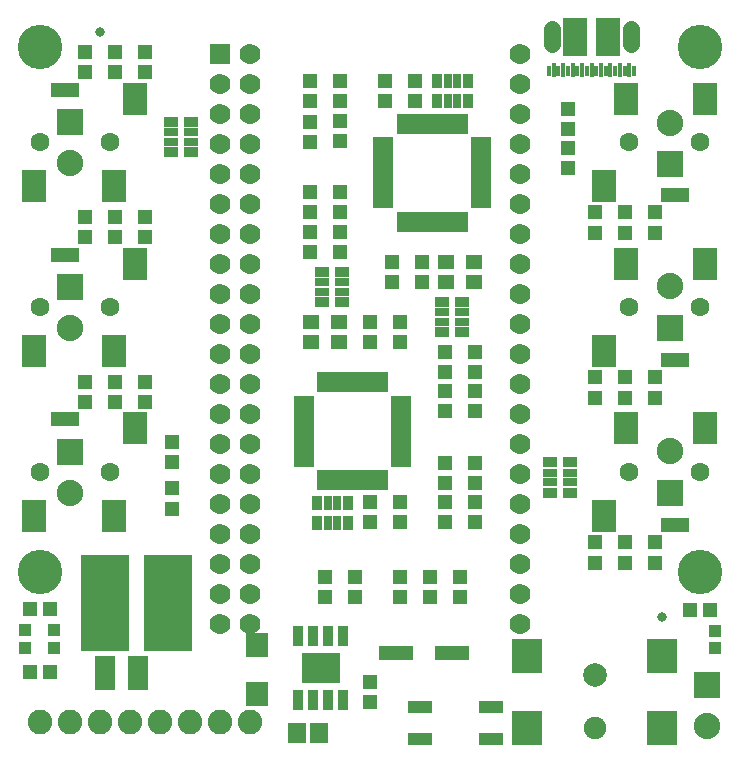
<source format=gbr>
G04 EAGLE Gerber RS-274X export*
G75*
%MOMM*%
%FSLAX34Y34*%
%LPD*%
%INSoldermask Top*%
%IPPOS*%
%AMOC8*
5,1,8,0,0,1.08239X$1,22.5*%
G01*
%ADD10R,1.203200X1.303200*%
%ADD11R,1.303200X1.203200*%
%ADD12R,1.761100X0.483200*%
%ADD13R,0.483200X1.761100*%
%ADD14C,2.082800*%
%ADD15R,0.903200X1.203200*%
%ADD16R,0.703200X1.203200*%
%ADD17R,1.003200X1.003200*%
%ADD18R,1.403200X1.303200*%
%ADD19R,1.203200X0.903200*%
%ADD20R,1.203200X0.703200*%
%ADD21R,2.003200X2.803200*%
%ADD22R,2.387600X1.270000*%
%ADD23C,1.603200*%
%ADD24C,0.838200*%
%ADD25R,1.763200X1.763200*%
%ADD26C,1.763200*%
%ADD27R,2.603200X3.003200*%
%ADD28C,1.903200*%
%ADD29C,2.003200*%
%ADD30R,3.003200X1.203200*%
%ADD31R,1.503200X1.703200*%
%ADD32R,4.103200X8.253200*%
%ADD33R,1.803200X2.903200*%
%ADD34R,2.006000X1.083400*%
%ADD35R,2.235200X2.235200*%
%ADD36C,2.235200*%
%ADD37R,0.853200X1.728200*%
%ADD38R,3.303200X2.603200*%
%ADD39R,0.433200X0.953200*%
%ADD40R,0.433200X1.203200*%
%ADD41R,2.003200X3.203200*%
%ADD42C,1.453200*%
%ADD43R,1.903200X2.003200*%
%ADD44C,3.759200*%


D10*
X63500Y592700D03*
X63500Y575700D03*
X88900Y575700D03*
X88900Y592700D03*
X63500Y453000D03*
X63500Y436000D03*
X88900Y436000D03*
X88900Y453000D03*
D11*
X114300Y453000D03*
X114300Y436000D03*
X114300Y592700D03*
X114300Y575700D03*
D12*
X316231Y517800D03*
X316231Y512800D03*
X316231Y507800D03*
X316231Y502800D03*
X316231Y497800D03*
X316231Y492800D03*
X316231Y487800D03*
X316231Y482800D03*
X316231Y477800D03*
X316231Y472800D03*
X316231Y467800D03*
X316231Y462800D03*
D13*
X330000Y449031D03*
X335000Y449031D03*
X340000Y449031D03*
X345000Y449031D03*
X350000Y449031D03*
X355000Y449031D03*
X360000Y449031D03*
X365000Y449031D03*
X370000Y449031D03*
X375000Y449031D03*
X380000Y449031D03*
X385000Y449031D03*
D12*
X398769Y462800D03*
X398769Y467800D03*
X398769Y472800D03*
X398769Y477800D03*
X398769Y482800D03*
X398769Y487800D03*
X398769Y492800D03*
X398769Y497800D03*
X398769Y502800D03*
X398769Y507800D03*
X398769Y512800D03*
X398769Y517800D03*
D13*
X385000Y531569D03*
X380000Y531569D03*
X375000Y531569D03*
X370000Y531569D03*
X365000Y531569D03*
X360000Y531569D03*
X355000Y531569D03*
X350000Y531569D03*
X345000Y531569D03*
X340000Y531569D03*
X335000Y531569D03*
X330000Y531569D03*
D10*
X349250Y414900D03*
X349250Y397900D03*
X279654Y474082D03*
X279654Y457082D03*
X254000Y551007D03*
X254000Y568007D03*
D11*
X342900Y568007D03*
X342900Y551007D03*
D10*
X254000Y473828D03*
X254000Y456828D03*
X279400Y440300D03*
X279400Y423300D03*
D14*
X101600Y25400D03*
X76200Y25400D03*
X50800Y25400D03*
X25400Y25400D03*
D15*
X361650Y551007D03*
D16*
X370650Y551007D03*
X378650Y551007D03*
D15*
X387650Y551007D03*
X387650Y568007D03*
D16*
X378650Y568007D03*
X370650Y568007D03*
D15*
X361650Y568007D03*
D10*
X592700Y120650D03*
X575700Y120650D03*
D17*
X596900Y87750D03*
X596900Y102750D03*
D18*
X369250Y397650D03*
X392750Y397650D03*
X392750Y415150D03*
X369250Y415150D03*
D19*
X136280Y533700D03*
D20*
X136280Y524700D03*
X136280Y516700D03*
D19*
X136280Y507700D03*
X153280Y507700D03*
D20*
X153280Y516700D03*
X153280Y524700D03*
D19*
X153280Y533700D03*
D21*
X20658Y479128D03*
X88158Y479128D03*
D22*
X46658Y560748D03*
D21*
X106158Y553128D03*
D23*
X25158Y516128D03*
X85158Y516128D03*
D21*
X20658Y339555D03*
X88158Y339555D03*
D22*
X46658Y421175D03*
D21*
X106158Y413555D03*
D23*
X25158Y376555D03*
X85158Y376555D03*
D24*
X76200Y609600D03*
X552450Y114300D03*
D25*
X177800Y591300D03*
D26*
X177800Y565900D03*
X177800Y134100D03*
X177800Y540500D03*
X177800Y515100D03*
X177800Y489700D03*
X177800Y464300D03*
X177800Y438900D03*
X177800Y413500D03*
X177800Y388100D03*
X177800Y362700D03*
X177800Y337300D03*
X177800Y311900D03*
X177800Y286500D03*
X177800Y261100D03*
X177800Y235700D03*
X177800Y210300D03*
X177800Y184900D03*
X177800Y159500D03*
X431800Y591300D03*
X431800Y565900D03*
X431800Y540500D03*
X431800Y515100D03*
X431800Y489700D03*
X431800Y464300D03*
X431800Y438900D03*
X431800Y413500D03*
X431800Y388100D03*
X431800Y362700D03*
X431800Y337300D03*
X431800Y311900D03*
X431800Y286500D03*
X431800Y261100D03*
X431800Y235700D03*
X431800Y210300D03*
X431800Y184900D03*
X431800Y159500D03*
X431800Y134100D03*
X203200Y591312D03*
X203200Y565912D03*
X203200Y540512D03*
X203200Y515112D03*
X203200Y489712D03*
X203200Y464312D03*
X203200Y438912D03*
X203200Y413512D03*
X203200Y388112D03*
X203200Y362712D03*
X203200Y337312D03*
X203200Y311912D03*
X203200Y286512D03*
X203200Y261112D03*
X203200Y235712D03*
X203200Y210312D03*
X203200Y184912D03*
X203200Y159512D03*
X203200Y134112D03*
D10*
X279654Y517026D03*
X279654Y534026D03*
X254000Y516574D03*
X254000Y533574D03*
X279654Y551007D03*
X279654Y568007D03*
X317500Y551316D03*
X317500Y568316D03*
D11*
X114300Y313300D03*
X114300Y296300D03*
D10*
X63500Y313300D03*
X63500Y296300D03*
X88900Y296300D03*
X88900Y313300D03*
D21*
X20658Y199982D03*
X88158Y199982D03*
D22*
X46658Y281602D03*
D21*
X106158Y273982D03*
D23*
X25158Y236982D03*
X85158Y236982D03*
D11*
X137160Y262500D03*
X137160Y245500D03*
X137160Y223130D03*
X137160Y206130D03*
D10*
X16900Y68072D03*
X33900Y68072D03*
D17*
X13208Y88004D03*
X13208Y103004D03*
D10*
X546100Y160410D03*
X546100Y177410D03*
X520700Y177410D03*
X520700Y160410D03*
X546100Y300110D03*
X546100Y317110D03*
X520700Y317110D03*
X520700Y300110D03*
D11*
X495300Y300110D03*
X495300Y317110D03*
X495300Y160410D03*
X495300Y177410D03*
D12*
X331469Y244200D03*
X331469Y249200D03*
X331469Y254200D03*
X331469Y259200D03*
X331469Y264200D03*
X331469Y269200D03*
X331469Y274200D03*
X331469Y279200D03*
X331469Y284200D03*
X331469Y289200D03*
X331469Y294200D03*
X331469Y299200D03*
D13*
X317700Y312969D03*
X312700Y312969D03*
X307700Y312969D03*
X302700Y312969D03*
X297700Y312969D03*
X292700Y312969D03*
X287700Y312969D03*
X282700Y312969D03*
X277700Y312969D03*
X272700Y312969D03*
X267700Y312969D03*
X262700Y312969D03*
D12*
X248931Y299200D03*
X248931Y294200D03*
X248931Y289200D03*
X248931Y284200D03*
X248931Y279200D03*
X248931Y274200D03*
X248931Y269200D03*
X248931Y264200D03*
X248931Y259200D03*
X248931Y254200D03*
X248931Y249200D03*
X248931Y244200D03*
D13*
X262700Y230431D03*
X267700Y230431D03*
X272700Y230431D03*
X277700Y230431D03*
X282700Y230431D03*
X287700Y230431D03*
X292700Y230431D03*
X297700Y230431D03*
X302700Y230431D03*
X307700Y230431D03*
X312700Y230431D03*
X317700Y230431D03*
D10*
X368300Y288680D03*
X368300Y305680D03*
X393700Y211700D03*
X393700Y194700D03*
D11*
X304800Y194700D03*
X304800Y211700D03*
D10*
X393700Y288680D03*
X393700Y305680D03*
D14*
X203200Y25400D03*
X177800Y25400D03*
X152400Y25400D03*
X127000Y25400D03*
D15*
X286050Y210938D03*
D16*
X277050Y210938D03*
X269050Y210938D03*
D15*
X260050Y210938D03*
X260050Y193938D03*
D16*
X269050Y193938D03*
X277050Y193938D03*
D15*
X286050Y193938D03*
D18*
X278450Y364350D03*
X254950Y364350D03*
X254950Y346850D03*
X278450Y346850D03*
D19*
X474590Y219410D03*
D20*
X474590Y228410D03*
X474590Y236410D03*
D19*
X474590Y245410D03*
X457590Y245410D03*
D20*
X457590Y236410D03*
X457590Y228410D03*
D19*
X457590Y219410D03*
D21*
X588942Y273982D03*
X521442Y273982D03*
D22*
X562942Y192362D03*
D21*
X503442Y199982D03*
D23*
X584442Y236982D03*
X524442Y236982D03*
D21*
X588942Y413555D03*
X521442Y413555D03*
D22*
X562942Y331935D03*
D21*
X503442Y339555D03*
D23*
X584442Y376555D03*
X524442Y376555D03*
D10*
X368808Y244720D03*
X368808Y227720D03*
X393700Y244720D03*
X393700Y227720D03*
X368300Y211700D03*
X368300Y194700D03*
X330200Y211954D03*
X330200Y194954D03*
D11*
X495300Y439810D03*
X495300Y456810D03*
D10*
X546100Y439810D03*
X546100Y456810D03*
X520700Y456810D03*
X520700Y439810D03*
D21*
X588942Y553128D03*
X521442Y553128D03*
D22*
X562942Y471508D03*
D21*
X503442Y479128D03*
D23*
X584442Y516128D03*
X524442Y516128D03*
D11*
X472440Y494420D03*
X472440Y511420D03*
X472440Y527440D03*
X472440Y544440D03*
D10*
X33900Y120904D03*
X16900Y120904D03*
D17*
X37592Y88004D03*
X37592Y103004D03*
D10*
X304800Y347100D03*
X304800Y364100D03*
X368300Y321700D03*
X368300Y338700D03*
D11*
X254000Y440300D03*
X254000Y423300D03*
X393700Y321700D03*
X393700Y338700D03*
D27*
X438150Y81280D03*
X438150Y20280D03*
X552150Y20280D03*
X552150Y81280D03*
D28*
X495150Y20280D03*
D29*
X495150Y65280D03*
D30*
X374006Y83588D03*
X327006Y83588D03*
D11*
X330200Y131200D03*
X330200Y148200D03*
D31*
X261976Y15748D03*
X242976Y15748D03*
D32*
X133942Y126492D03*
X80942Y126492D03*
D10*
X381000Y131200D03*
X381000Y148200D03*
X266700Y148200D03*
X266700Y131200D03*
D11*
X355600Y148200D03*
X355600Y131200D03*
X304800Y59300D03*
X304800Y42300D03*
D33*
X80488Y66548D03*
X108488Y66548D03*
D34*
X347399Y37884D03*
X347399Y10884D03*
X407489Y10884D03*
X407489Y37884D03*
D35*
X558800Y497840D03*
D36*
X558800Y532840D03*
D35*
X558800Y359410D03*
D36*
X558800Y394410D03*
D35*
X558800Y219710D03*
D36*
X558800Y254710D03*
D35*
X50800Y533400D03*
D36*
X50800Y498400D03*
D35*
X50800Y393700D03*
D36*
X50800Y358700D03*
D35*
X50800Y254000D03*
D36*
X50800Y219000D03*
D37*
X244094Y44000D03*
X256794Y44000D03*
X269494Y44000D03*
X282194Y44000D03*
X282194Y98240D03*
X269494Y98240D03*
X256794Y98240D03*
X244094Y98240D03*
D38*
X263144Y71120D03*
D10*
X292100Y131200D03*
X292100Y148200D03*
D11*
X330200Y347100D03*
X330200Y364100D03*
X323850Y414900D03*
X323850Y397900D03*
D19*
X383150Y355300D03*
D20*
X383150Y364300D03*
X383150Y372300D03*
D19*
X383150Y381300D03*
X366150Y381300D03*
D20*
X366150Y372300D03*
X366150Y364300D03*
D19*
X366150Y355300D03*
X264550Y406700D03*
D20*
X264550Y397700D03*
X264550Y389700D03*
D19*
X264550Y380700D03*
X281550Y380700D03*
D20*
X281550Y389700D03*
X281550Y397700D03*
D19*
X281550Y406700D03*
D26*
X177800Y108712D03*
D35*
X590550Y57150D03*
D36*
X590550Y22150D03*
D26*
X203200Y108712D03*
X431800Y108712D03*
D39*
X456506Y576242D03*
D40*
X460506Y577492D03*
D39*
X464506Y576242D03*
D40*
X468506Y577492D03*
D39*
X472506Y576242D03*
D40*
X476506Y577492D03*
D39*
X480506Y576242D03*
D40*
X484506Y577492D03*
D39*
X488506Y576242D03*
D40*
X492506Y577492D03*
D39*
X496506Y576242D03*
D40*
X500506Y577492D03*
D39*
X504506Y576242D03*
D40*
X508506Y577492D03*
D39*
X512506Y576242D03*
D40*
X516506Y577492D03*
D39*
X520506Y576242D03*
D40*
X524506Y577492D03*
D39*
X528506Y576242D03*
D41*
X506506Y605492D03*
X478506Y605492D03*
D42*
X526256Y599492D02*
X526256Y611992D01*
X458756Y611992D02*
X458756Y599492D01*
D43*
X209550Y90350D03*
X209550Y49350D03*
D44*
X25400Y596900D03*
X584200Y596900D03*
X25400Y152400D03*
X584200Y152400D03*
M02*

</source>
